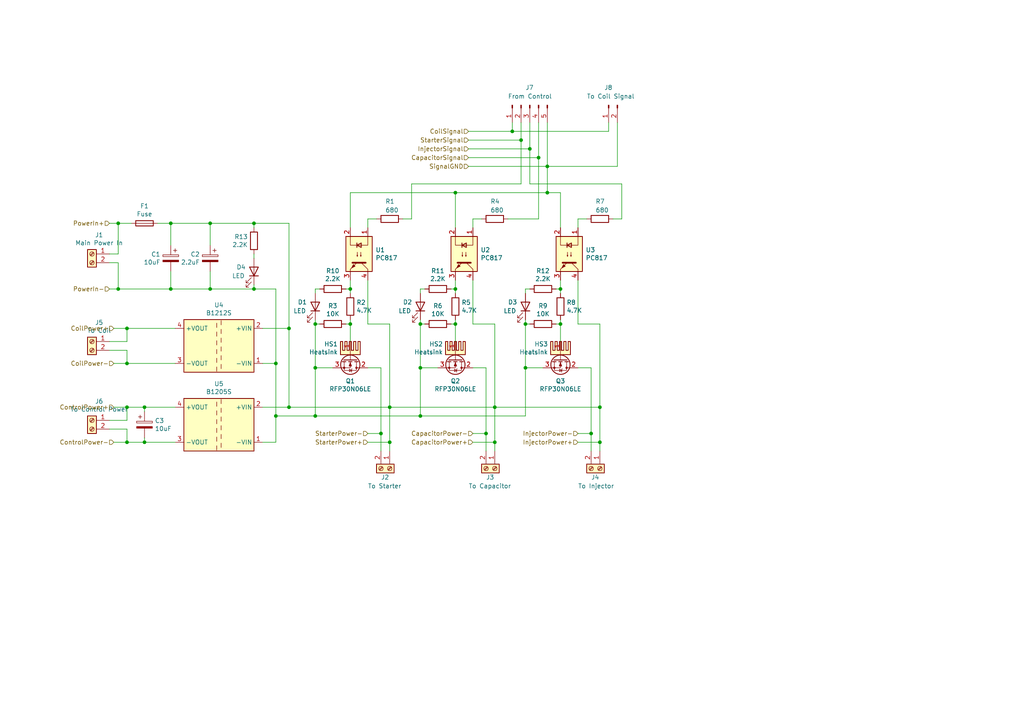
<source format=kicad_sch>
(kicad_sch (version 20211123) (generator eeschema)
  (paper "A4")
  (title_block (title "Switch Module") (date "2020-01-07") (rev "1"))
  (lib_symbols
    (symbol "Connector:Conn_01x02_Male" (pin_names (offset 1.016) hide)
      (property "Reference" "J" (at 0 2.54 0))
      (property "Value" "Conn_01x02_Male" (at 0 -5.08 0))
      (symbol "Conn_01x02_Male_1_1"
        (polyline (pts (xy 1.27 -2.54) (xy 0.8636 -2.54)) (stroke (width 0.1524)))
        (polyline (pts (xy 1.27 0) (xy 0.8636 0)) (stroke (width 0.1524)))
        (rectangle (start 0.8636 -2.413) (end 0 -2.667) (stroke (width 0.1524)) (fill (type outline)))
        (rectangle (start 0.8636 0.127) (end 0 -0.127) (stroke (width 0.1524)) (fill (type outline)))
        (pin passive line (at 5.08 0 180) (length 3.81) (name "Pin_1") (number "1"))
        (pin passive line (at 5.08 -2.54 180) (length 3.81) (name "Pin_2") (number "2"))
      )
    )
    (symbol "Connector:Conn_01x05_Male" (pin_names (offset 1.016) hide)
      (property "Reference" "J" (at 0 7.62 0))
      (property "Value" "Conn_01x05_Male" (at 0 -7.62 0))
      (symbol "Conn_01x05_Male_1_1"
        (polyline (pts (xy 1.27 -5.08) (xy 0.8636 -5.08)) (stroke (width 0.1524)))
        (polyline (pts (xy 1.27 -2.54) (xy 0.8636 -2.54)) (stroke (width 0.1524)))
        (polyline (pts (xy 1.27 0) (xy 0.8636 0)) (stroke (width 0.1524)))
        (polyline (pts (xy 1.27 2.54) (xy 0.8636 2.54)) (stroke (width 0.1524)))
        (polyline (pts (xy 1.27 5.08) (xy 0.8636 5.08)) (stroke (width 0.1524)))
        (rectangle (start 0.8636 -4.953) (end 0 -5.207) (stroke (width 0.1524)) (fill (type outline)))
        (rectangle (start 0.8636 -2.413) (end 0 -2.667) (stroke (width 0.1524)) (fill (type outline)))
        (rectangle (start 0.8636 0.127) (end 0 -0.127) (stroke (width 0.1524)) (fill (type outline)))
        (rectangle (start 0.8636 2.667) (end 0 2.413) (stroke (width 0.1524)) (fill (type outline)))
        (rectangle (start 0.8636 5.207) (end 0 4.953) (stroke (width 0.1524)) (fill (type outline)))
        (pin passive line (at 5.08 5.08 180) (length 3.81) (name "Pin_1") (number "1"))
        (pin passive line (at 5.08 2.54 180) (length 3.81) (name "Pin_2") (number "2"))
        (pin passive line (at 5.08 0 180) (length 3.81) (name "Pin_3") (number "3"))
        (pin passive line (at 5.08 -2.54 180) (length 3.81) (name "Pin_4") (number "4"))
        (pin passive line (at 5.08 -5.08 180) (length 3.81) (name "Pin_5") (number "5"))
      )
    )
    (symbol "Connector:Screw_Terminal_01x02" (pin_names (offset 1.016) hide)
      (property "Reference" "J" (at 0 2.54 0))
      (property "Value" "Screw_Terminal_01x02" (at 0 -5.08 0))
      (symbol "Screw_Terminal_01x02_1_1"
        (rectangle (start -1.27 1.27) (end 1.27 -3.81) (stroke (width 0.254)) (fill (type background)))
        (circle (center 0 -2.54) (radius 0.635) (stroke (width 0.1524)))
        (polyline (pts (xy -0.5334 -2.2098) (xy 0.3302 -3.048)) (stroke (width 0.1524)))
        (polyline (pts (xy -0.5334 0.3302) (xy 0.3302 -0.508)) (stroke (width 0.1524)))
        (polyline (pts (xy -0.3556 -2.032) (xy 0.508 -2.8702)) (stroke (width 0.1524)))
        (polyline (pts (xy -0.3556 0.508) (xy 0.508 -0.3302)) (stroke (width 0.1524)))
        (circle (center 0 0) (radius 0.635) (stroke (width 0.1524)))
        (pin passive line (at -5.08 0 0) (length 3.81) (name "Pin_1") (number "1"))
        (pin passive line (at -5.08 -2.54 0) (length 3.81) (name "Pin_2") (number "2"))
      )
    )
    (symbol "Device:Fuse" (pin_numbers hide) (pin_names (offset 0))
      (property "Reference" "F" (at 2.032 0 90))
      (property "Value" "Fuse" (at -1.905 0 90))
      (symbol "Fuse_0_1"
        (rectangle (start -0.762 -2.54) (end 0.762 2.54) (stroke (width 0.254)))
        (polyline (pts (xy 0 2.54) (xy 0 -2.54)))
      )
      (symbol "Fuse_1_1"
        (pin passive line (at 0 3.81 270) (length 1.27) (name "~") (number "1"))
        (pin passive line (at 0 -3.81 90) (length 1.27) (name "~") (number "2"))
      )
    )
    (symbol "Device:LED" (pin_numbers hide) (pin_names (offset 1.016) hide)
      (property "Reference" "D" (at 0 2.54 0))
      (property "Value" "LED" (at 0 -2.54 0))
      (symbol "LED_0_1"
        (polyline (pts (xy -1.27 -1.27) (xy -1.27 1.27)) (stroke (width 0.254)))
        (polyline (pts (xy -1.27 0) (xy 1.27 0)))
        (polyline (pts (xy 1.27 -1.27) (xy 1.27 1.27) (xy -1.27 0) (xy 1.27 -1.27)) (stroke (width 0.254)))
        (polyline (pts (xy -3.048 -0.762) (xy -4.572 -2.286) (xy -3.81 -2.286) (xy -4.572 -2.286) (xy -4.572 -1.524)))
        (polyline (pts (xy -1.778 -0.762) (xy -3.302 -2.286) (xy -2.54 -2.286) (xy -3.302 -2.286) (xy -3.302 -1.524)))
      )
      (symbol "LED_1_1"
        (pin passive line (at -3.81 0 0) (length 2.54) (name "K") (number "1"))
        (pin passive line (at 3.81 0 180) (length 2.54) (name "A") (number "2"))
      )
    )
    (symbol "Device:Q_NMOS_GDS" (pin_names (offset 0) hide)
      (property "Reference" "Q" (at 5.08 1.27 0))
      (property "Value" "Q_NMOS_GDS" (at 5.08 -1.27 0))
      (symbol "Q_NMOS_GDS_0_1"
        (polyline (pts (xy 0.254 0) (xy -2.54 0)))
        (polyline (pts (xy 0.254 1.905) (xy 0.254 -1.905)) (stroke (width 0.254)))
        (polyline (pts (xy 0.762 -1.27) (xy 0.762 -2.286)) (stroke (width 0.254)))
        (polyline (pts (xy 0.762 0.508) (xy 0.762 -0.508)) (stroke (width 0.254)))
        (polyline (pts (xy 0.762 2.286) (xy 0.762 1.27)) (stroke (width 0.254)))
        (polyline (pts (xy 2.54 2.54) (xy 2.54 1.778)))
        (polyline (pts (xy 2.54 -2.54) (xy 2.54 0) (xy 0.762 0)))
        (polyline (pts (xy 0.762 -1.778) (xy 3.302 -1.778) (xy 3.302 1.778) (xy 0.762 1.778)))
        (polyline (pts (xy 1.016 0) (xy 2.032 0.381) (xy 2.032 -0.381) (xy 1.016 0)) (fill (type outline)))
        (polyline (pts (xy 2.794 0.508) (xy 2.921 0.381) (xy 3.683 0.381) (xy 3.81 0.254)))
        (polyline (pts (xy 3.302 0.381) (xy 2.921 -0.254) (xy 3.683 -0.254) (xy 3.302 0.381)))
        (circle (center 1.651 0) (radius 2.794) (stroke (width 0.254)))
        (circle (center 2.54 -1.778) (radius 0.254) (fill (type outline)))
        (circle (center 2.54 1.778) (radius 0.254) (fill (type outline)))
      )
      (symbol "Q_NMOS_GDS_1_1"
        (pin input line (at -5.08 0 0) (length 2.54) (name "G") (number "1"))
        (pin passive line (at 2.54 5.08 270) (length 2.54) (name "D") (number "2"))
        (pin passive line (at 2.54 -5.08 90) (length 2.54) (name "S") (number "3"))
      )
    )
    (symbol "Device:R" (pin_numbers hide) (pin_names (offset 0))
      (property "Reference" "R" (at 2.032 0 90))
      (property "Value" "R" (at 0 0 90))
      (symbol "R_0_1"
        (rectangle (start -1.016 -2.54) (end 1.016 2.54) (stroke (width 0.254)))
      )
      (symbol "R_1_1"
        (pin passive line (at 0 3.81 270) (length 1.27) (name "~") (number "1"))
        (pin passive line (at 0 -3.81 90) (length 1.27) (name "~") (number "2"))
      )
    )
    (symbol "Isolator:PC817" (pin_names (offset 1.016))
      (property "Reference" "U" (at -5.08 5.08 0))
      (property "Value" "PC817" (at 0 5.08 0))
      (symbol "PC817_0_1"
        (rectangle (start -5.08 3.81) (end 5.08 -3.81) (stroke (width 0.254)) (fill (type background)))
        (polyline (pts (xy -3.175 -0.635) (xy -1.905 -0.635)) (stroke (width 0.254)))
        (polyline (pts (xy 2.54 0.635) (xy 4.445 2.54)))
        (polyline (pts (xy 4.445 -2.54) (xy 2.54 -0.635)) (fill (type outline)))
        (polyline (pts (xy 4.445 -2.54) (xy 5.08 -2.54)))
        (polyline (pts (xy 4.445 2.54) (xy 5.08 2.54)))
        (polyline (pts (xy -5.08 2.54) (xy -2.54 2.54) (xy -2.54 -0.635)))
        (polyline (pts (xy -2.54 -0.635) (xy -2.54 -2.54) (xy -5.08 -2.54)))
        (polyline (pts (xy 2.54 1.905) (xy 2.54 -1.905) (xy 2.54 -1.905)) (stroke (width 0.508)))
        (polyline (pts (xy -2.54 -0.635) (xy -3.175 0.635) (xy -1.905 0.635) (xy -2.54 -0.635)) (stroke (width 0.254)))
        (polyline (pts (xy -0.508 -0.508) (xy 0.762 -0.508) (xy 0.381 -0.635) (xy 0.381 -0.381) (xy 0.762 -0.508)))
        (polyline (pts (xy -0.508 0.508) (xy 0.762 0.508) (xy 0.381 0.381) (xy 0.381 0.635) (xy 0.762 0.508)))
        (polyline (pts (xy 3.048 -1.651) (xy 3.556 -1.143) (xy 4.064 -2.159) (xy 3.048 -1.651) (xy 3.048 -1.651)) (fill (type outline)))
      )
      (symbol "PC817_1_1"
        (pin passive line (at -7.62 2.54 0) (length 2.54) (name "~") (number "1"))
        (pin passive line (at -7.62 -2.54 0) (length 2.54) (name "~") (number "2"))
        (pin passive line (at 7.62 -2.54 180) (length 2.54) (name "~") (number "3"))
        (pin passive line (at 7.62 2.54 180) (length 2.54) (name "~") (number "4"))
      )
    )
    (symbol "Mechanical:Heatsink" (pin_names (offset 1.016))
      (property "Reference" "HS" (at 0 5.08 0))
      (property "Value" "Heatsink" (at 0 -1.27 0))
      (symbol "Heatsink_0_1"
        (polyline (pts (xy -0.3302 1.27) (xy -0.9652 1.27) (xy -0.9652 3.81) (xy -1.6002 3.81) (xy -1.6002 1.27) (xy -2.2352 1.27) (xy -2.2352 3.81) (xy -2.8702 3.81) (xy -2.8702 0) (xy -0.9652 0)) (stroke (width 0.254)) (fill (type background)))
        (polyline (pts (xy -0.3302 1.27) (xy -0.3302 3.81) (xy 0.3048 3.81) (xy 0.3048 1.27) (xy 0.9398 1.27) (xy 0.9398 3.81) (xy 1.5748 3.81) (xy 1.5748 1.27) (xy 2.2098 1.27) (xy 2.2098 3.81) (xy 2.8448 3.81) (xy 2.8448 0) (xy -0.9652 0)) (stroke (width 0.254)) (fill (type background)))
      )
    )
    (symbol "Regulator_Switching:CRE1S1205SC"
      (property "Reference" "U" (at -8.89 8.89 0))
      (property "Value" "CRE1S1205SC" (at 2.54 8.89 0))
      (symbol "CRE1S1205SC_0_1"
        (rectangle (start -10.16 7.62) (end 10.16 -7.62) (stroke (width 0.254)) (fill (type background)))
        (polyline (pts (xy -0.635 -5.334) (xy -0.635 -6.604)))
        (polyline (pts (xy -0.635 -2.794) (xy -0.635 -4.064)))
        (polyline (pts (xy -0.635 -0.254) (xy -0.635 -1.524)))
        (polyline (pts (xy -0.635 2.286) (xy -0.635 1.016)))
        (polyline (pts (xy -0.635 4.826) (xy -0.635 3.556)))
        (polyline (pts (xy -0.635 7.366) (xy -0.635 6.096)))
        (polyline (pts (xy 0.635 -7.366) (xy 0.635 -6.096)))
        (polyline (pts (xy 0.635 -4.826) (xy 0.635 -3.556)))
        (polyline (pts (xy 0.635 -2.286) (xy 0.635 -1.016)))
        (polyline (pts (xy 0.635 0.254) (xy 0.635 1.524)))
        (polyline (pts (xy 0.635 2.794) (xy 0.635 4.064)))
        (polyline (pts (xy 0.635 5.334) (xy 0.635 6.604)))
      )
      (symbol "CRE1S1205SC_1_1"
        (pin power_in line (at -12.7 -5.08 0) (length 2.54) (name "-VIN") (number "1"))
        (pin power_in line (at -12.7 5.08 0) (length 2.54) (name "+VIN") (number "2"))
        (pin power_out line (at 12.7 -5.08 180) (length 2.54) (name "-VOUT") (number "3"))
        (pin power_out line (at 12.7 5.08 180) (length 2.54) (name "+VOUT") (number "4"))
      )
    )
    (symbol "Regulator_Switching:CRE1S1212SC"
      (property "Reference" "U" (at -8.89 8.89 0))
      (property "Value" "CRE1S1212SC" (at 2.54 8.89 0))
      (symbol "CRE1S1212SC_0_1"
        (rectangle (start -10.16 7.62) (end 10.16 -7.62) (stroke (width 0.254)) (fill (type background)))
        (polyline (pts (xy -0.635 -5.334) (xy -0.635 -6.604)))
        (polyline (pts (xy -0.635 -2.794) (xy -0.635 -4.064)))
        (polyline (pts (xy -0.635 -0.254) (xy -0.635 -1.524)))
        (polyline (pts (xy -0.635 2.286) (xy -0.635 1.016)))
        (polyline (pts (xy -0.635 4.826) (xy -0.635 3.556)))
        (polyline (pts (xy -0.635 7.366) (xy -0.635 6.096)))
        (polyline (pts (xy 0.635 -7.366) (xy 0.635 -6.096)))
        (polyline (pts (xy 0.635 -4.826) (xy 0.635 -3.556)))
        (polyline (pts (xy 0.635 -2.286) (xy 0.635 -1.016)))
        (polyline (pts (xy 0.635 0.254) (xy 0.635 1.524)))
        (polyline (pts (xy 0.635 2.794) (xy 0.635 4.064)))
        (polyline (pts (xy 0.635 5.334) (xy 0.635 6.604)))
      )
      (symbol "CRE1S1212SC_1_1"
        (pin power_in line (at -12.7 -5.08 0) (length 2.54) (name "-VIN") (number "1"))
        (pin power_in line (at -12.7 5.08 0) (length 2.54) (name "+VIN") (number "2"))
        (pin power_out line (at 12.7 -5.08 180) (length 2.54) (name "-VOUT") (number "3"))
        (pin power_out line (at 12.7 5.08 180) (length 2.54) (name "+VOUT") (number "4"))
      )
    )
    (symbol "Switch-rescue:CP-Device" (pin_numbers hide) (pin_names (offset 0.254))
      (property "Reference" "C" (at 0.635 2.54 0))
      (property "Value" "CP-Device" (at 0.635 -2.54 0))
      (symbol "CP-Device_0_1"
        (rectangle (start -2.286 0.508) (end 2.286 1.016))
        (polyline (pts (xy -1.778 2.286) (xy -0.762 2.286)))
        (polyline (pts (xy -1.27 2.794) (xy -1.27 1.778)))
        (rectangle (start 2.286 -0.508) (end -2.286 -1.016) (fill (type outline)))
      )
      (symbol "CP-Device_1_1"
        (pin passive line (at 0 3.81 270) (length 2.794) (name "~") (number "1"))
        (pin passive line (at 0 -3.81 90) (length 2.794) (name "~") (number "2"))
      )
    )
  )
  (junction (at 91.44 93.98))
  (junction (at 110.49 125.73))
  (junction (at 152.4 106.68))
  (junction (at 158.75 48.26))
  (junction (at 121.92 120.65))
  (junction (at 73.66 83.82))
  (junction (at 162.56 83.82))
  (junction (at 158.75 55.88))
  (junction (at 132.08 55.88))
  (junction (at 113.03 128.27))
  (junction (at 36.83 118.11))
  (junction (at 101.6 93.98))
  (junction (at 83.82 95.25))
  (junction (at 143.51 118.11))
  (junction (at 132.08 83.82))
  (junction (at 91.44 106.68))
  (junction (at 153.67 43.18))
  (junction (at 171.45 125.73))
  (junction (at 148.59 38.1))
  (junction (at 173.99 118.11))
  (junction (at 152.4 93.98))
  (junction (at 121.92 106.68))
  (junction (at 162.56 93.98))
  (junction (at 132.08 93.98))
  (junction (at 156.21 45.72))
  (junction (at 34.29 83.82))
  (junction (at 34.29 64.77))
  (junction (at 143.51 128.27))
  (junction (at 36.83 105.41))
  (junction (at 113.03 118.11))
  (junction (at 60.96 64.77))
  (junction (at 101.6 83.82))
  (junction (at 91.44 120.65))
  (junction (at 49.53 83.82))
  (junction (at 151.13 40.64))
  (junction (at 80.01 120.65))
  (junction (at 36.83 128.27))
  (junction (at 140.97 125.73))
  (junction (at 83.82 118.11))
  (junction (at 49.53 64.77))
  (junction (at 80.01 105.41))
  (junction (at 41.91 128.27))
  (junction (at 121.92 93.98))
  (junction (at 41.91 118.11))
  (junction (at 73.66 64.77))
  (junction (at 60.96 83.82))
  (junction (at 173.99 128.27))
  (junction (at 36.83 95.25))
  (wire (pts (xy 137.16 93.98) (xy 143.51 93.98)))
  (wire (pts (xy 167.64 63.5) (xy 167.64 66.04)))
  (wire (pts (xy 83.82 95.25) (xy 83.82 118.11)))
  (wire (pts (xy 170.18 63.5) (xy 167.64 63.5)))
  (wire (pts (xy 152.4 120.65) (xy 121.92 120.65)))
  (wire (pts (xy 156.21 45.72) (xy 156.21 63.5)))
  (wire (pts (xy 143.51 128.27) (xy 143.51 130.81)))
  (wire (pts (xy 101.6 92.71) (xy 101.6 93.98)))
  (wire (pts (xy 179.07 48.26) (xy 179.07 35.56)))
  (wire (pts (xy 33.02 128.27) (xy 36.83 128.27)))
  (wire (pts (xy 73.66 82.55) (xy 73.66 83.82)))
  (wire (pts (xy 83.82 118.11) (xy 76.2 118.11)))
  (wire (pts (xy 173.99 118.11) (xy 173.99 128.27)))
  (wire (pts (xy 153.67 43.18) (xy 153.67 53.34)))
  (wire (pts (xy 132.08 83.82) (xy 132.08 85.09)))
  (wire (pts (xy 173.99 128.27) (xy 173.99 130.81)))
  (wire (pts (xy 76.2 95.25) (xy 83.82 95.25)))
  (wire (pts (xy 140.97 125.73) (xy 140.97 130.81)))
  (wire (pts (xy 152.4 93.98) (xy 152.4 106.68)))
  (wire (pts (xy 49.53 78.74) (xy 49.53 83.82)))
  (wire (pts (xy 36.83 105.41) (xy 50.8 105.41)))
  (wire (pts (xy 49.53 83.82) (xy 60.96 83.82)))
  (wire (pts (xy 83.82 95.25) (xy 83.82 64.77)))
  (wire (pts (xy 121.92 93.98) (xy 123.19 93.98)))
  (wire (pts (xy 137.16 125.73) (xy 140.97 125.73)))
  (wire (pts (xy 121.92 106.68) (xy 121.92 120.65)))
  (wire (pts (xy 31.75 64.77) (xy 34.29 64.77)))
  (wire (pts (xy 60.96 83.82) (xy 73.66 83.82)))
  (wire (pts (xy 113.03 118.11) (xy 143.51 118.11)))
  (wire (pts (xy 132.08 55.88) (xy 132.08 66.04)))
  (wire (pts (xy 151.13 35.56) (xy 151.13 40.64)))
  (wire (pts (xy 171.45 125.73) (xy 171.45 130.81)))
  (wire (pts (xy 106.68 125.73) (xy 110.49 125.73)))
  (wire (pts (xy 137.16 106.68) (xy 140.97 106.68)))
  (wire (pts (xy 135.89 48.26) (xy 158.75 48.26)))
  (wire (pts (xy 113.03 118.11) (xy 113.03 128.27)))
  (wire (pts (xy 180.34 63.5) (xy 177.8 63.5)))
  (wire (pts (xy 158.75 48.26) (xy 179.07 48.26)))
  (wire (pts (xy 130.81 83.82) (xy 132.08 83.82)))
  (wire (pts (xy 158.75 35.56) (xy 158.75 48.26)))
  (wire (pts (xy 91.44 120.65) (xy 121.92 120.65)))
  (wire (pts (xy 167.64 128.27) (xy 173.99 128.27)))
  (wire (pts (xy 106.68 63.5) (xy 106.68 66.04)))
  (wire (pts (xy 140.97 106.68) (xy 140.97 125.73)))
  (wire (pts (xy 151.13 53.34) (xy 119.38 53.34)))
  (wire (pts (xy 148.59 38.1) (xy 176.53 38.1)))
  (wire (pts (xy 152.4 106.68) (xy 152.4 120.65)))
  (wire (pts (xy 34.29 76.2) (xy 31.75 76.2)))
  (wire (pts (xy 91.44 83.82) (xy 91.44 85.09)))
  (wire (pts (xy 91.44 106.68) (xy 91.44 120.65)))
  (wire (pts (xy 110.49 106.68) (xy 110.49 125.73)))
  (wire (pts (xy 34.29 83.82) (xy 34.29 76.2)))
  (wire (pts (xy 49.53 64.77) (xy 49.53 71.12)))
  (wire (pts (xy 167.64 125.73) (xy 171.45 125.73)))
  (wire (pts (xy 180.34 53.34) (xy 180.34 63.5)))
  (wire (pts (xy 36.83 121.92) (xy 36.83 118.11)))
  (wire (pts (xy 91.44 93.98) (xy 91.44 106.68)))
  (wire (pts (xy 106.68 63.5) (xy 109.22 63.5)))
  (wire (pts (xy 31.75 101.6) (xy 36.83 101.6)))
  (wire (pts (xy 143.51 93.98) (xy 143.51 118.11)))
  (wire (pts (xy 45.72 64.77) (xy 49.53 64.77)))
  (wire (pts (xy 91.44 106.68) (xy 96.52 106.68)))
  (wire (pts (xy 73.66 83.82) (xy 80.01 83.82)))
  (wire (pts (xy 123.19 83.82) (xy 121.92 83.82)))
  (wire (pts (xy 167.64 106.68) (xy 171.45 106.68)))
  (wire (pts (xy 34.29 83.82) (xy 49.53 83.82)))
  (wire (pts (xy 60.96 64.77) (xy 73.66 64.77)))
  (wire (pts (xy 34.29 64.77) (xy 34.29 73.66)))
  (wire (pts (xy 167.64 81.28) (xy 167.64 93.98)))
  (wire (pts (xy 31.75 124.46) (xy 36.83 124.46)))
  (wire (pts (xy 100.33 83.82) (xy 101.6 83.82)))
  (wire (pts (xy 31.75 99.06) (xy 36.83 99.06)))
  (wire (pts (xy 33.02 105.41) (xy 36.83 105.41)))
  (wire (pts (xy 121.92 92.71) (xy 121.92 93.98)))
  (wire (pts (xy 162.56 92.71) (xy 162.56 93.98)))
  (wire (pts (xy 113.03 128.27) (xy 113.03 130.81)))
  (wire (pts (xy 101.6 83.82) (xy 101.6 85.09)))
  (wire (pts (xy 80.01 120.65) (xy 91.44 120.65)))
  (wire (pts (xy 36.83 118.11) (xy 41.91 118.11)))
  (wire (pts (xy 119.38 63.5) (xy 119.38 53.34)))
  (wire (pts (xy 80.01 105.41) (xy 76.2 105.41)))
  (wire (pts (xy 153.67 53.34) (xy 180.34 53.34)))
  (wire (pts (xy 106.68 128.27) (xy 113.03 128.27)))
  (wire (pts (xy 36.83 95.25) (xy 50.8 95.25)))
  (wire (pts (xy 147.32 63.5) (xy 156.21 63.5)))
  (wire (pts (xy 106.68 81.28) (xy 106.68 93.98)))
  (wire (pts (xy 137.16 63.5) (xy 137.16 66.04)))
  (wire (pts (xy 113.03 118.11) (xy 83.82 118.11)))
  (wire (pts (xy 91.44 92.71) (xy 91.44 93.98)))
  (wire (pts (xy 152.4 93.98) (xy 153.67 93.98)))
  (wire (pts (xy 101.6 55.88) (xy 132.08 55.88)))
  (wire (pts (xy 148.59 38.1) (xy 148.59 35.56)))
  (wire (pts (xy 60.96 64.77) (xy 60.96 71.12)))
  (wire (pts (xy 162.56 93.98) (xy 162.56 99.06)))
  (wire (pts (xy 151.13 40.64) (xy 151.13 53.34)))
  (wire (pts (xy 135.89 45.72) (xy 156.21 45.72)))
  (wire (pts (xy 41.91 118.11) (xy 50.8 118.11)))
  (wire (pts (xy 162.56 66.04) (xy 162.56 55.88)))
  (wire (pts (xy 36.83 99.06) (xy 36.83 95.25)))
  (wire (pts (xy 113.03 93.98) (xy 113.03 118.11)))
  (wire (pts (xy 36.83 124.46) (xy 36.83 128.27)))
  (wire (pts (xy 73.66 64.77) (xy 83.82 64.77)))
  (wire (pts (xy 80.01 120.65) (xy 80.01 128.27)))
  (wire (pts (xy 33.02 95.25) (xy 36.83 95.25)))
  (wire (pts (xy 121.92 83.82) (xy 121.92 85.09)))
  (wire (pts (xy 121.92 106.68) (xy 127 106.68)))
  (wire (pts (xy 152.4 92.71) (xy 152.4 93.98)))
  (wire (pts (xy 153.67 83.82) (xy 152.4 83.82)))
  (wire (pts (xy 137.16 128.27) (xy 143.51 128.27)))
  (wire (pts (xy 171.45 106.68) (xy 171.45 125.73)))
  (wire (pts (xy 152.4 83.82) (xy 152.4 85.09)))
  (wire (pts (xy 153.67 35.56) (xy 153.67 43.18)))
  (wire (pts (xy 106.68 93.98) (xy 113.03 93.98)))
  (wire (pts (xy 135.89 38.1) (xy 148.59 38.1)))
  (wire (pts (xy 101.6 93.98) (xy 100.33 93.98)))
  (wire (pts (xy 60.96 83.82) (xy 60.96 78.74)))
  (wire (pts (xy 132.08 93.98) (xy 130.81 93.98)))
  (wire (pts (xy 34.29 73.66) (xy 31.75 73.66)))
  (wire (pts (xy 80.01 105.41) (xy 80.01 120.65)))
  (wire (pts (xy 121.92 93.98) (xy 121.92 106.68)))
  (wire (pts (xy 139.7 63.5) (xy 137.16 63.5)))
  (wire (pts (xy 41.91 127) (xy 41.91 128.27)))
  (wire (pts (xy 176.53 38.1) (xy 176.53 35.56)))
  (wire (pts (xy 41.91 128.27) (xy 50.8 128.27)))
  (wire (pts (xy 132.08 93.98) (xy 132.08 99.06)))
  (wire (pts (xy 161.29 83.82) (xy 162.56 83.82)))
  (wire (pts (xy 137.16 81.28) (xy 137.16 93.98)))
  (wire (pts (xy 173.99 93.98) (xy 173.99 118.11)))
  (wire (pts (xy 162.56 81.28) (xy 162.56 83.82)))
  (wire (pts (xy 132.08 92.71) (xy 132.08 93.98)))
  (wire (pts (xy 92.71 83.82) (xy 91.44 83.82)))
  (wire (pts (xy 76.2 128.27) (xy 80.01 128.27)))
  (wire (pts (xy 132.08 81.28) (xy 132.08 83.82)))
  (wire (pts (xy 156.21 35.56) (xy 156.21 45.72)))
  (wire (pts (xy 152.4 106.68) (xy 157.48 106.68)))
  (wire (pts (xy 132.08 55.88) (xy 158.75 55.88)))
  (wire (pts (xy 38.1 64.77) (xy 34.29 64.77)))
  (wire (pts (xy 73.66 74.93) (xy 73.66 73.66)))
  (wire (pts (xy 101.6 81.28) (xy 101.6 83.82)))
  (wire (pts (xy 167.64 93.98) (xy 173.99 93.98)))
  (wire (pts (xy 106.68 106.68) (xy 110.49 106.68)))
  (wire (pts (xy 143.51 118.11) (xy 173.99 118.11)))
  (wire (pts (xy 80.01 83.82) (xy 80.01 105.41)))
  (wire (pts (xy 101.6 93.98) (xy 101.6 99.06)))
  (wire (pts (xy 31.75 121.92) (xy 36.83 121.92)))
  (wire (pts (xy 73.66 64.77) (xy 73.66 66.04)))
  (wire (pts (xy 31.75 83.82) (xy 34.29 83.82)))
  (wire (pts (xy 33.02 118.11) (xy 36.83 118.11)))
  (wire (pts (xy 135.89 43.18) (xy 153.67 43.18)))
  (wire (pts (xy 162.56 93.98) (xy 161.29 93.98)))
  (wire (pts (xy 116.84 63.5) (xy 119.38 63.5)))
  (wire (pts (xy 110.49 125.73) (xy 110.49 130.81)))
  (wire (pts (xy 158.75 55.88) (xy 162.56 55.88)))
  (wire (pts (xy 41.91 128.27) (xy 36.83 128.27)))
  (wire (pts (xy 135.89 40.64) (xy 151.13 40.64)))
  (wire (pts (xy 41.91 119.38) (xy 41.91 118.11)))
  (wire (pts (xy 49.53 64.77) (xy 60.96 64.77)))
  (wire (pts (xy 162.56 83.82) (xy 162.56 85.09)))
  (wire (pts (xy 101.6 66.04) (xy 101.6 55.88)))
  (wire (pts (xy 91.44 93.98) (xy 92.71 93.98)))
  (wire (pts (xy 158.75 48.26) (xy 158.75 55.88)))
  (wire (pts (xy 143.51 118.11) (xy 143.51 128.27)))
  (wire (pts (xy 36.83 101.6) (xy 36.83 105.41)))
  (hierarchical_label "ControlPower-" (shape input) (at 33.02 128.27 180))
  (hierarchical_label "StarterPower-" (shape input) (at 106.68 125.73 180))
  (hierarchical_label "StarterPower+" (shape input) (at 106.68 128.27 180))
  (hierarchical_label "InjectorPower-" (shape input) (at 167.64 125.73 180))
  (hierarchical_label "PowerIn-" (shape input) (at 31.75 83.82 180))
  (hierarchical_label "CoilPower-" (shape input) (at 33.02 105.41 180))
  (hierarchical_label "CoilPower+" (shape input) (at 33.02 95.25 180))
  (hierarchical_label "InjectorSignal" (shape input) (at 135.89 43.18 180))
  (hierarchical_label "SignalGND" (shape input) (at 135.89 48.26 180))
  (hierarchical_label "CapacitorPower-" (shape input) (at 137.16 125.73 180))
  (hierarchical_label "ControlPower+" (shape input) (at 33.02 118.11 180))
  (hierarchical_label "InjectorPower+" (shape input) (at 167.64 128.27 180))
  (hierarchical_label "CoilSignal" (shape input) (at 135.89 38.1 180))
  (hierarchical_label "PowerIn+" (shape input) (at 31.75 64.77 180))
  (hierarchical_label "StarterSignal" (shape input) (at 135.89 40.64 180))
  (hierarchical_label "CapacitorPower+" (shape input) (at 137.16 128.27 180))
  (hierarchical_label "CapacitorSignal" (shape input) (at 135.89 45.72 180))
  (symbol (lib_id "Isolator:PC817") (at 134.62 73.66 270) (unit 1)
    (property "Reference" "U2" (at 139.3952 72.4916 90) (effects (justify left)))
    (property "Value" "PC817" (at 139.3952 74.803 90) (effects (justify left)))
    (property "Footprint" "Package_DIP:DIP-4_W7.62mm" (effects hide))
    (property "Datasheet" "http://www.soselectronic.cz/a_info/resource/d/pc817.pdf" (effects hide))
  )
  (symbol (lib_id "Device:R") (at 96.52 93.98 270) (unit 1)
    (property "Reference" "R3" (at 96.52 88.7222 90))
    (property "Value" "10K" (at 96.52 91.0336 90))
    (property "Footprint" "Resistor_THT:R_Axial_DIN0207_L6.3mm_D2.5mm_P7.62mm_Horizontal" (effects hide))
  )
  (symbol (lib_id "Device:Q_NMOS_GDS") (at 132.08 104.14 270) (unit 1)
    (property "Reference" "Q2" (at 132.08 110.5154 90))
    (property "Value" "RFP30N06LE" (at 132.08 112.8268 90))
    (property "Footprint" "Package_TO_SOT_THT:TO-220-3_Vertical" (effects hide))
  )
  (symbol (lib_id "Connector:Screw_Terminal_01x02") (at 143.51 135.89 270) (unit 1)
    (property "Reference" "J3" (at 140.97 138.43 90) (effects (justify left)))
    (property "Value" "To Capacitor" (at 135.89 140.97 90) (effects (justify left)))
    (property "Footprint" "TerminalBlock:TerminalBlock_bornier-2_P5.08mm" (effects hide))
  )
  (symbol (lib_id "Connector:Screw_Terminal_01x02") (at 113.03 135.89 270) (unit 1)
    (property "Reference" "J2" (at 110.49 138.43 90) (effects (justify left)))
    (property "Value" "To Starter" (at 106.68 140.97 90) (effects (justify left)))
    (property "Footprint" "TerminalBlock:TerminalBlock_bornier-2_P5.08mm" (effects hide))
  )
  (symbol (lib_id "Connector:Conn_01x05_Male") (at 153.67 30.48 90) (mirror x) (unit 1)
    (property "Reference" "J7" (at 152.4 25.4 90) (effects (justify right)))
    (property "Value" "From Control" (at 147.32 27.94 90) (effects (justify right)))
    (property "Footprint" "Connector_PinSocket_2.54mm:PinSocket_1x05_P2.54mm_Horizontal" (effects hide))
  )
  (symbol (lib_id "Isolator:PC817") (at 104.14 73.66 270) (unit 1)
    (property "Reference" "U1" (at 108.9152 72.4916 90) (effects (justify left)))
    (property "Value" "PC817" (at 108.9152 74.803 90) (effects (justify left)))
    (property "Footprint" "Package_DIP:DIP-4_W7.62mm" (effects hide))
    (property "Datasheet" "http://www.soselectronic.cz/a_info/resource/d/pc817.pdf" (effects hide))
  )
  (symbol (lib_id "Device:Q_NMOS_GDS") (at 101.6 104.14 270) (unit 1)
    (property "Reference" "Q1" (at 101.6 110.5154 90))
    (property "Value" "RFP30N06LE" (at 101.6 112.8268 90))
    (property "Footprint" "Package_TO_SOT_THT:TO-220-3_Vertical" (effects hide))
  )
  (symbol (lib_id "Mechanical:Heatsink") (at 101.6 102.87 0) (mirror y) (unit 1)
    (property "Reference" "HS1" (at 97.9932 99.7966 0) (effects (justify left)))
    (property "Value" "Heatsink" (at 97.9932 102.108 0) (effects (justify left)))
    (property "Footprint" "Power:Heatsink_TO220_15x10mm" (effects hide))
  )
  (symbol (lib_id "Device:R") (at 127 93.98 270) (unit 1)
    (property "Reference" "R6" (at 127 88.7222 90))
    (property "Value" "10K" (at 127 91.0336 90))
    (property "Footprint" "Resistor_THT:R_Axial_DIN0207_L6.3mm_D2.5mm_P7.62mm_Horizontal" (effects hide))
  )
  (symbol (lib_id "Mechanical:Heatsink") (at 132.08 102.87 0) (mirror y) (unit 1)
    (property "Reference" "HS2" (at 128.4732 99.7966 0) (effects (justify left)))
    (property "Value" "Heatsink" (at 128.4732 102.108 0) (effects (justify left)))
    (property "Footprint" "Power:Heatsink_TO220_15x10mm" (effects hide))
  )
  (symbol (lib_id "Device:R") (at 132.08 88.9 0) (unit 1)
    (property "Reference" "R5" (at 133.858 87.7316 0) (effects (justify left)))
    (property "Value" "4.7K" (at 133.858 90.043 0) (effects (justify left)))
    (property "Footprint" "Resistor_THT:R_Axial_DIN0207_L6.3mm_D2.5mm_P7.62mm_Horizontal" (effects hide))
  )
  (symbol (lib_id "Device:R") (at 101.6 88.9 0) (unit 1)
    (property "Reference" "R2" (at 103.378 87.7316 0) (effects (justify left)))
    (property "Value" "4.7K" (at 103.378 90.043 0) (effects (justify left)))
    (property "Footprint" "Resistor_THT:R_Axial_DIN0207_L6.3mm_D2.5mm_P7.62mm_Horizontal" (effects hide))
  )
  (symbol (lib_id "Connector:Screw_Terminal_01x02") (at 173.99 135.89 270) (unit 1)
    (property "Reference" "J4" (at 171.45 138.43 90) (effects (justify left)))
    (property "Value" "To Injector" (at 167.64 140.97 90) (effects (justify left)))
    (property "Footprint" "TerminalBlock:TerminalBlock_bornier-2_P5.08mm" (effects hide))
  )
  (symbol (lib_id "Device:R") (at 162.56 88.9 0) (unit 1)
    (property "Reference" "R8" (at 164.338 87.7316 0) (effects (justify left)))
    (property "Value" "4.7K" (at 164.338 90.043 0) (effects (justify left)))
    (property "Footprint" "Resistor_THT:R_Axial_DIN0207_L6.3mm_D2.5mm_P7.62mm_Horizontal" (effects hide))
  )
  (symbol (lib_id "Isolator:PC817") (at 165.1 73.66 270) (unit 1)
    (property "Reference" "U3" (at 169.8752 72.4916 90) (effects (justify left)))
    (property "Value" "PC817" (at 169.8752 74.803 90) (effects (justify left)))
    (property "Footprint" "Package_DIP:DIP-4_W7.62mm" (effects hide))
    (property "Datasheet" "http://www.soselectronic.cz/a_info/resource/d/pc817.pdf" (effects hide))
  )
  (symbol (lib_id "Device:R") (at 157.48 93.98 270) (unit 1)
    (property "Reference" "R9" (at 157.48 88.7222 90))
    (property "Value" "10K" (at 157.48 91.0336 90))
    (property "Footprint" "Resistor_THT:R_Axial_DIN0207_L6.3mm_D2.5mm_P7.62mm_Horizontal" (effects hide))
  )
  (symbol (lib_id "Device:Q_NMOS_GDS") (at 162.56 104.14 270) (unit 1)
    (property "Reference" "Q3" (at 162.56 110.5154 90))
    (property "Value" "RFP30N06LE" (at 162.56 112.8268 90))
    (property "Footprint" "Package_TO_SOT_THT:TO-220-3_Vertical" (effects hide))
  )
  (symbol (lib_id "Mechanical:Heatsink") (at 162.56 102.87 0) (mirror y) (unit 1)
    (property "Reference" "HS3" (at 158.9532 99.7966 0) (effects (justify left)))
    (property "Value" "Heatsink" (at 158.9532 102.108 0) (effects (justify left)))
    (property "Footprint" "Power:Heatsink_TO220_15x10mm" (effects hide))
  )
  (symbol (lib_id "Device:R") (at 143.51 63.5 270) (unit 1)
    (property "Reference" "R4" (at 142.24 58.42 90) (effects (justify left)))
    (property "Value" "680" (at 142.24 60.96 90) (effects (justify left)))
    (property "Footprint" "Resistor_THT:R_Axial_DIN0207_L6.3mm_D2.5mm_P7.62mm_Horizontal" (effects hide))
  )
  (symbol (lib_id "Device:R") (at 113.03 63.5 270) (mirror x) (unit 1)
    (property "Reference" "R1" (at 111.76 58.42 90) (effects (justify left)))
    (property "Value" "680" (at 111.76 60.96 90) (effects (justify left)))
    (property "Footprint" "Resistor_THT:R_Axial_DIN0207_L6.3mm_D2.5mm_P7.62mm_Horizontal" (effects hide))
  )
  (symbol (lib_id "Device:R") (at 173.99 63.5 270) (mirror x) (unit 1)
    (property "Reference" "R7" (at 172.72 58.42 90) (effects (justify left)))
    (property "Value" "680" (at 172.72 60.96 90) (effects (justify left)))
    (property "Footprint" "Resistor_THT:R_Axial_DIN0207_L6.3mm_D2.5mm_P7.62mm_Horizontal" (effects hide))
  )
  (symbol (lib_id "Connector:Conn_01x02_Male") (at 176.53 30.48 90) (mirror x) (unit 1)
    (property "Reference" "J8" (at 175.26 25.4 90) (effects (justify right)))
    (property "Value" "To Coil Signal" (at 170.18 27.94 90) (effects (justify right)))
    (property "Footprint" "Connector_PinHeader_2.54mm:PinHeader_1x02_P2.54mm_Vertical" (effects hide))
  )
  (symbol (lib_id "Device:R") (at 96.52 83.82 270) (unit 1)
    (property "Reference" "R10" (at 96.52 78.5622 90))
    (property "Value" "2.2K" (at 96.52 80.8736 90))
    (property "Footprint" "Resistor_THT:R_Axial_DIN0207_L6.3mm_D2.5mm_P7.62mm_Horizontal" (effects hide))
  )
  (symbol (lib_id "Device:LED") (at 91.44 88.9 270) (mirror x) (unit 1)
    (property "Reference" "D1" (at 86.36 87.63 90) (effects (justify left)))
    (property "Value" "LED" (at 85.09 90.17 90) (effects (justify left)))
    (property "Footprint" "LED_THT:LED_D3.0mm_FlatTop" (effects hide))
  )
  (symbol (lib_id "Device:R") (at 127 83.82 270) (unit 1)
    (property "Reference" "R11" (at 127 78.5622 90))
    (property "Value" "2.2K" (at 127 80.8736 90))
    (property "Footprint" "Resistor_THT:R_Axial_DIN0207_L6.3mm_D2.5mm_P7.62mm_Horizontal" (effects hide))
  )
  (symbol (lib_id "Device:LED") (at 121.92 88.9 270) (mirror x) (unit 1)
    (property "Reference" "D2" (at 116.84 87.63 90) (effects (justify left)))
    (property "Value" "LED" (at 115.57 90.17 90) (effects (justify left)))
    (property "Footprint" "LED_THT:LED_D3.0mm_FlatTop" (effects hide))
  )
  (symbol (lib_id "Device:R") (at 157.48 83.82 270) (unit 1)
    (property "Reference" "R12" (at 157.48 78.5622 90))
    (property "Value" "2.2K" (at 157.48 80.8736 90))
    (property "Footprint" "Resistor_THT:R_Axial_DIN0207_L6.3mm_D2.5mm_P7.62mm_Horizontal" (effects hide))
  )
  (symbol (lib_id "Device:LED") (at 152.4 88.9 270) (mirror x) (unit 1)
    (property "Reference" "D3" (at 147.32 87.63 90) (effects (justify left)))
    (property "Value" "LED" (at 146.05 90.17 90) (effects (justify left)))
    (property "Footprint" "LED_THT:LED_D3.0mm_FlatTop" (effects hide))
  )
  (symbol (lib_id "Connector:Screw_Terminal_01x02") (at 26.67 73.66 0) (mirror y) (unit 1)
    (property "Reference" "J1" (at 28.7528 68.1482 0))
    (property "Value" "Main Power In" (at 28.7528 70.4596 0))
    (property "Footprint" "TerminalBlock:TerminalBlock_bornier-2_P5.08mm" (effects hide))
  )
  (symbol (lib_id "Connector:Screw_Terminal_01x02") (at 26.67 99.06 0) (mirror y) (unit 1)
    (property "Reference" "J5" (at 28.7528 93.5482 0))
    (property "Value" "To Coil" (at 28.7528 95.8596 0))
    (property "Footprint" "Connector_Wire:SolderWirePad_1x02_P3.81mm_Drill1mm" (effects hide))
  )
  (symbol (lib_id "Switch-rescue:CP-Device") (at 60.96 74.93 0) (mirror y) (unit 1)
    (property "Reference" "C2" (at 57.9628 73.7616 0) (effects (justify left)))
    (property "Value" "2.2uF" (at 57.9628 76.073 0) (effects (justify left)))
    (property "Footprint" "Capacitor_THT:CP_Radial_D4.0mm_P2.00mm" (effects hide))
  )
  (symbol (lib_id "Regulator_Switching:CRE1S1205SC") (at 63.5 123.19 0) (mirror y) (unit 1)
    (property "Reference" "U5" (at 63.5 111.3282 0))
    (property "Value" "B1205S" (at 63.5 113.6396 0))
    (property "Footprint" "Converter_DCDC:Converter_DCDC_muRata_CRE1xxxxxxSC_THT" (effects hide))
    (property "Datasheet" "http://power.murata.com/datasheet?/data/power/ncl/kdc_cre1.pdf" (effects hide))
  )
  (symbol (lib_id "Switch-rescue:CP-Device") (at 49.53 74.93 0) (mirror y) (unit 1)
    (property "Reference" "C1" (at 46.5328 73.7616 0) (effects (justify left)))
    (property "Value" "10uF" (at 46.5328 76.073 0) (effects (justify left)))
    (property "Footprint" "Capacitor_THT:CP_Radial_D4.0mm_P2.00mm" (effects hide))
  )
  (symbol (lib_id "Connector:Screw_Terminal_01x02") (at 26.67 121.92 0) (mirror y) (unit 1)
    (property "Reference" "J6" (at 28.7528 116.4082 0))
    (property "Value" "To Control Power" (at 28.7528 118.7196 0))
    (property "Footprint" "Connector_Wire:SolderWirePad_1x02_P3.81mm_Drill1mm" (effects hide))
  )
  (symbol (lib_id "Regulator_Switching:CRE1S1212SC") (at 63.5 100.33 0) (mirror y) (unit 1)
    (property "Reference" "U4" (at 63.5 88.4682 0))
    (property "Value" "B1212S" (at 63.5 90.7796 0))
    (property "Footprint" "Converter_DCDC:Converter_DCDC_muRata_CRE1xxxxxxSC_THT" (effects hide))
    (property "Datasheet" "http://power.murata.com/datasheet?/data/power/ncl/kdc_cre1.pdf" (effects hide))
  )
  (symbol (lib_id "Device:Fuse") (at 41.91 64.77 270) (unit 1)
    (property "Reference" "F1" (at 41.91 59.7662 90))
    (property "Value" "Fuse" (at 41.91 62.0776 90))
    (property "Footprint" "Power:Fuseholder_Cylinder-5x20mm_ASI_PTF-76-10_Horizontal_Open" (effects hide))
  )
  (symbol (lib_id "Switch-rescue:CP-Device") (at 41.91 123.19 0) (unit 1)
    (property "Reference" "C3" (at 44.9072 122.0216 0) (effects (justify left)))
    (property "Value" "10uF" (at 44.9072 124.333 0) (effects (justify left)))
    (property "Footprint" "Capacitor_THT:CP_Radial_D4.0mm_P2.00mm" (effects hide))
  )
  (symbol (lib_id "Device:R") (at 73.66 69.85 0) (unit 1)
    (property "Reference" "R13" (at 71.882 68.6816 0) (effects (justify right)))
    (property "Value" "2.2K" (at 71.882 70.993 0) (effects (justify right)))
    (property "Footprint" "Resistor_THT:R_Axial_DIN0207_L6.3mm_D2.5mm_P7.62mm_Horizontal" (effects hide))
  )
  (symbol (lib_id "Device:LED") (at 73.66 78.74 270) (mirror x) (unit 1)
    (property "Reference" "D4" (at 68.58 77.47 90) (effects (justify left)))
    (property "Value" "LED" (at 67.31 80.01 90) (effects (justify left)))
    (property "Footprint" "LED_THT:LED_D3.0mm_FlatTop" (effects hide))
  )
)
</source>
